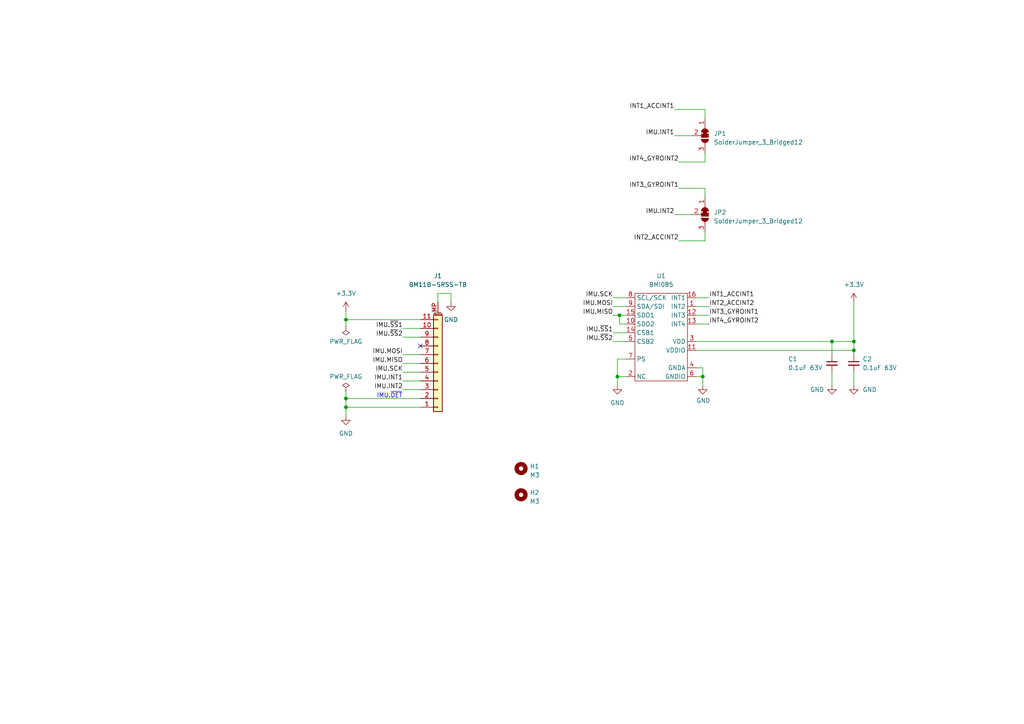
<source format=kicad_sch>
(kicad_sch (version 20230121) (generator eeschema)
  (paper "A4")
  (title_block (title "IMU Breakout") (date "2023-04-04") (rev "1") (company "SSL A-Team") (comment 1 "Author: Matthew Woodward") (comment 2 "Author: Collin Avidano"))
  (lib_symbols
    (symbol "AT-IMU:BMI085"
      (property "Reference" "U" (at -6.35 13.97 0))
      (property "Value" "BMI085" (at -3.81 -13.97 0))
      (symbol "BMI085_0_1"
        (rectangle (start -7.62 12.7) (end 7.62 -12.7))
      )
      (symbol "BMI085_1_1"
        (pin bidirectional line (at 10.16 8.89 180) (length 2.54) (name "INT2") (number "1"))
        (pin output line (at -10.16 3.81 0) (length 2.54) (name "SDO2") (number "10"))
        (pin power_in line (at 10.16 -3.81 180) (length 2.54) (name "VDDIO") (number "11"))
        (pin bidirectional line (at 10.16 6.35 180) (length 2.54) (name "INT3") (number "12"))
        (pin bidirectional line (at 10.16 3.81 180) (length 2.54) (name "INT4") (number "13"))
        (pin input line (at -10.16 1.27 0) (length 2.54) (name "CSB1") (number "14"))
        (pin output line (at -10.16 6.35 0) (length 2.54) (name "SDO1") (number "15"))
        (pin bidirectional line (at 10.16 11.43 180) (length 2.54) (name "INT1") (number "16"))
        (pin passive line (at -10.16 -11.43 0) (length 2.54) (name "NC") (number "2"))
        (pin power_in line (at 10.16 -1.27 180) (length 2.54) (name "VDD") (number "3"))
        (pin power_in line (at 10.16 -8.89 180) (length 2.54) (name "GNDA") (number "4"))
        (pin input line (at -10.16 -1.27 0) (length 2.54) (name "CSB2") (number "5"))
        (pin power_in line (at 10.16 -11.43 180) (length 2.54) (name "GNDIO") (number "6"))
        (pin input line (at -10.16 -6.35 0) (length 2.54) (name "PS") (number "7"))
        (pin input line (at -10.16 11.43 0) (length 2.54) (name "SCL/SCK") (number "8"))
        (pin bidirectional line (at -10.16 8.89 0) (length 2.54) (name "SDA/SDI") (number "9"))
      )
    )
    (symbol "Connector_Generic_MountingPin:Conn_01x11_MountingPin" (pin_names (offset 1.016) hide)
      (property "Reference" "J" (at 0 15.24 0))
      (property "Value" "Conn_01x11_MountingPin" (at 1.27 -15.24 0))
      (symbol "Conn_01x11_MountingPin_1_1"
        (rectangle (start -1.27 -12.573) (end 0 -12.827) (stroke (width 0.1524)))
        (rectangle (start -1.27 -10.033) (end 0 -10.287) (stroke (width 0.1524)))
        (rectangle (start -1.27 -7.493) (end 0 -7.747) (stroke (width 0.1524)))
        (rectangle (start -1.27 -4.953) (end 0 -5.207) (stroke (width 0.1524)))
        (rectangle (start -1.27 -2.413) (end 0 -2.667) (stroke (width 0.1524)))
        (rectangle (start -1.27 0.127) (end 0 -0.127) (stroke (width 0.1524)))
        (rectangle (start -1.27 2.667) (end 0 2.413) (stroke (width 0.1524)))
        (rectangle (start -1.27 5.207) (end 0 4.953) (stroke (width 0.1524)))
        (rectangle (start -1.27 7.747) (end 0 7.493) (stroke (width 0.1524)))
        (rectangle (start -1.27 10.287) (end 0 10.033) (stroke (width 0.1524)))
        (rectangle (start -1.27 12.827) (end 0 12.573) (stroke (width 0.1524)))
        (rectangle (start -1.27 13.97) (end 1.27 -13.97) (stroke (width 0.254)) (fill (type background)))
        (polyline (pts (xy -1.016 -14.732) (xy 1.016 -14.732)) (stroke (width 0.1524)))
        (text "Mounting" (at 0 -14.351 0) (effects (font (size 0.381 0.381))))
        (pin passive line (at -5.08 12.7 0) (length 3.81) (name "Pin_1") (number "1"))
        (pin passive line (at -5.08 -10.16 0) (length 3.81) (name "Pin_10") (number "10"))
        (pin passive line (at -5.08 -12.7 0) (length 3.81) (name "Pin_11") (number "11"))
        (pin passive line (at -5.08 10.16 0) (length 3.81) (name "Pin_2") (number "2"))
        (pin passive line (at -5.08 7.62 0) (length 3.81) (name "Pin_3") (number "3"))
        (pin passive line (at -5.08 5.08 0) (length 3.81) (name "Pin_4") (number "4"))
        (pin passive line (at -5.08 2.54 0) (length 3.81) (name "Pin_5") (number "5"))
        (pin passive line (at -5.08 0 0) (length 3.81) (name "Pin_6") (number "6"))
        (pin passive line (at -5.08 -2.54 0) (length 3.81) (name "Pin_7") (number "7"))
        (pin passive line (at -5.08 -5.08 0) (length 3.81) (name "Pin_8") (number "8"))
        (pin passive line (at -5.08 -7.62 0) (length 3.81) (name "Pin_9") (number "9"))
        (pin passive line (at 0 -17.78 90) (length 3.048) (name "MountPin") (number "MP"))
      )
    )
    (symbol "Device:C_Small" (pin_numbers hide) (pin_names (offset 0.254) hide)
      (property "Reference" "C" (at 0.254 1.778 0))
      (property "Value" "C_Small" (at 0.254 -2.032 0))
      (symbol "C_Small_0_1"
        (polyline (pts (xy -1.524 -0.508) (xy 1.524 -0.508)) (stroke (width 0.3302)))
        (polyline (pts (xy -1.524 0.508) (xy 1.524 0.508)) (stroke (width 0.3048)))
      )
      (symbol "C_Small_1_1"
        (pin passive line (at 0 2.54 270) (length 2.032) (name "~") (number "1"))
        (pin passive line (at 0 -2.54 90) (length 2.032) (name "~") (number "2"))
      )
    )
    (symbol "Jumper:SolderJumper_3_Bridged12" (pin_names (offset 0) hide)
      (property "Reference" "JP" (at -2.54 -2.54 0))
      (property "Value" "SolderJumper_3_Bridged12" (at 0 2.794 0))
      (symbol "SolderJumper_3_Bridged12_0_1"
        (rectangle (start -1.016 0.508) (end -0.508 -0.508) (fill (type outline)))
        (arc (start -1.016 1.016) (mid -2.0276 0) (end -1.016 -1.016))
        (arc (start -1.016 1.016) (mid -2.0276 0) (end -1.016 -1.016) (fill (type outline)))
        (rectangle (start -0.508 1.016) (end 0.508 -1.016) (fill (type outline)))
        (polyline (pts (xy -2.54 0) (xy -2.032 0)))
        (polyline (pts (xy -1.016 1.016) (xy -1.016 -1.016)))
        (polyline (pts (xy 0 -1.27) (xy 0 -1.016)))
        (polyline (pts (xy 1.016 1.016) (xy 1.016 -1.016)))
        (polyline (pts (xy 2.54 0) (xy 2.032 0)))
        (arc (start 1.016 -1.016) (mid 2.0276 0) (end 1.016 1.016))
        (arc (start 1.016 -1.016) (mid 2.0276 0) (end 1.016 1.016) (fill (type outline)))
      )
      (symbol "SolderJumper_3_Bridged12_1_1"
        (pin passive line (at -5.08 0 0) (length 2.54) (name "A") (number "1"))
        (pin passive line (at 0 -3.81 90) (length 2.54) (name "C") (number "2"))
        (pin passive line (at 5.08 0 180) (length 2.54) (name "B") (number "3"))
      )
    )
    (symbol "Mechanical:MountingHole" (pin_names (offset 1.016))
      (property "Reference" "H" (at 0 5.08 0))
      (property "Value" "MountingHole" (at 0 3.175 0))
      (symbol "MountingHole_0_1"
        (circle (center 0 0) (radius 1.27) (stroke (width 1.27)))
      )
    )
    (symbol "power:+3.3V" (power) (pin_names (offset 0))
      (property "Value" "+3.3V" (at 0 3.556 0))
      (symbol "+3.3V_0_1"
        (polyline (pts (xy -0.762 1.27) (xy 0 2.54)))
        (polyline (pts (xy 0 0) (xy 0 2.54)))
        (polyline (pts (xy 0 2.54) (xy 0.762 1.27)))
      )
      (symbol "+3.3V_1_1"
        (pin power_in line (at 0 0 90) (length 0) hide (name "+3.3V") (number "1"))
      )
    )
    (symbol "power:GND" (power) (pin_names (offset 0))
      (property "Value" "GND" (at 0 -3.81 0))
      (symbol "GND_0_1"
        (polyline (pts (xy 0 0) (xy 0 -1.27) (xy 1.27 -1.27) (xy 0 -2.54) (xy -1.27 -1.27) (xy 0 -1.27)))
      )
      (symbol "GND_1_1"
        (pin power_in line (at 0 0 270) (length 0) hide (name "GND") (number "1"))
      )
    )
    (symbol "power:PWR_FLAG" (power) (pin_numbers hide) (pin_names (offset 0) hide)
      (property "Value" "PWR_FLAG" (at 0 3.81 0))
      (symbol "PWR_FLAG_0_0"
        (pin power_out line (at 0 0 90) (length 0) (name "pwr") (number "1"))
      )
      (symbol "PWR_FLAG_0_1"
        (polyline (pts (xy 0 0) (xy 0 1.27) (xy -1.016 1.905) (xy 0 2.54) (xy 1.016 1.905) (xy 0 1.27)))
      )
    )
  )
  (junction (at 100.33 92.71))
  (junction (at 179.705 91.44))
  (junction (at 179.07 109.22))
  (junction (at 247.65 99.06))
  (junction (at 100.33 118.11))
  (junction (at 100.33 115.57))
  (junction (at 241.3 99.06))
  (junction (at 203.835 109.22))
  (junction (at 247.65 101.6))
  (no_connect (at 121.92 100.33))
  (wire (pts (xy 201.93 106.68) (xy 203.835 106.68)))
  (wire (pts (xy 177.8 88.9) (xy 181.61 88.9)))
  (wire (pts (xy 181.61 104.14) (xy 179.07 104.14)))
  (wire (pts (xy 204.47 54.61) (xy 204.47 57.15)))
  (wire (pts (xy 121.92 95.25) (xy 116.84 95.25)))
  (wire (pts (xy 121.92 110.49) (xy 116.84 110.49)))
  (wire (pts (xy 100.33 92.71) (xy 100.33 90.17)))
  (wire (pts (xy 204.47 46.99) (xy 196.85 46.99)))
  (wire (pts (xy 195.58 39.37) (xy 200.66 39.37)))
  (wire (pts (xy 247.65 101.6) (xy 247.65 102.87)))
  (wire (pts (xy 241.3 102.87) (xy 241.3 99.06)))
  (wire (pts (xy 130.81 85.09) (xy 130.81 87.63)))
  (wire (pts (xy 247.65 87.63) (xy 247.65 99.06)))
  (wire (pts (xy 127 85.09) (xy 130.81 85.09)))
  (wire (pts (xy 177.8 96.52) (xy 181.61 96.52)))
  (wire (pts (xy 195.58 31.75) (xy 204.47 31.75)))
  (wire (pts (xy 179.705 93.98) (xy 181.61 93.98)))
  (wire (pts (xy 179.07 109.22) (xy 181.61 109.22)))
  (wire (pts (xy 100.33 115.57) (xy 121.92 115.57)))
  (wire (pts (xy 201.93 86.36) (xy 205.74 86.36)))
  (wire (pts (xy 121.92 113.03) (xy 116.84 113.03)))
  (wire (pts (xy 201.93 93.98) (xy 205.74 93.98)))
  (wire (pts (xy 179.07 109.22) (xy 179.07 111.76)))
  (wire (pts (xy 121.92 102.87) (xy 116.84 102.87)))
  (wire (pts (xy 100.33 92.71) (xy 100.33 94.615)))
  (wire (pts (xy 179.07 104.14) (xy 179.07 109.22)))
  (wire (pts (xy 121.92 107.95) (xy 116.84 107.95)))
  (wire (pts (xy 204.47 69.85) (xy 204.47 67.31)))
  (wire (pts (xy 121.92 92.71) (xy 100.33 92.71)))
  (wire (pts (xy 121.92 105.41) (xy 116.84 105.41)))
  (wire (pts (xy 100.33 113.665) (xy 100.33 115.57)))
  (wire (pts (xy 177.8 91.44) (xy 179.705 91.44)))
  (wire (pts (xy 201.93 109.22) (xy 203.835 109.22)))
  (wire (pts (xy 100.33 115.57) (xy 100.33 118.11)))
  (wire (pts (xy 241.3 99.06) (xy 247.65 99.06)))
  (wire (pts (xy 201.93 91.44) (xy 205.74 91.44)))
  (wire (pts (xy 201.93 99.06) (xy 241.3 99.06)))
  (wire (pts (xy 203.835 106.68) (xy 203.835 109.22)))
  (wire (pts (xy 179.705 91.44) (xy 179.705 93.98)))
  (wire (pts (xy 201.93 88.9) (xy 205.74 88.9)))
  (wire (pts (xy 179.705 91.44) (xy 181.61 91.44)))
  (wire (pts (xy 196.85 54.61) (xy 204.47 54.61)))
  (wire (pts (xy 100.33 118.11) (xy 100.33 120.65)))
  (wire (pts (xy 204.47 44.45) (xy 204.47 46.99)))
  (wire (pts (xy 196.85 69.85) (xy 204.47 69.85)))
  (wire (pts (xy 100.33 118.11) (xy 121.92 118.11)))
  (wire (pts (xy 121.92 97.79) (xy 116.84 97.79)))
  (wire (pts (xy 247.65 99.06) (xy 247.65 101.6)))
  (wire (pts (xy 204.47 31.75) (xy 204.47 34.29)))
  (wire (pts (xy 203.835 109.22) (xy 203.835 111.76)))
  (wire (pts (xy 201.93 101.6) (xy 247.65 101.6)))
  (wire (pts (xy 127 87.63) (xy 127 85.09)))
  (wire (pts (xy 177.8 86.36) (xy 181.61 86.36)))
  (wire (pts (xy 241.3 107.95) (xy 241.3 111.76)))
  (wire (pts (xy 247.65 107.95) (xy 247.65 111.76)))
  (wire (pts (xy 195.58 62.23) (xy 200.66 62.23)))
  (wire (pts (xy 177.8 99.06) (xy 181.61 99.06)))
  (text "IMU.~{DET}\n" (at 109.22 115.57 0) (effects (font (size 1.27 1.27)) (justify left bottom)))
  (label "IMU.~{SS}1" (at 116.84 95.25 180))
  (label "IMU.MISO" (at 177.8 91.44 180))
  (label "IMU.~{SS}2" (at 116.84 97.79 180))
  (label "INT3_GYROINT1" (at 196.85 54.61 180))
  (label "IMU.MOSI" (at 177.8 88.9 180))
  (label "IMU.SCK" (at 116.84 107.95 180))
  (label "IMU.INT1" (at 195.58 39.37 180))
  (label "IMU.~{SS}2" (at 177.8 99.06 180))
  (label "INT1_ACCINT1" (at 205.74 86.36 0))
  (label "IMU.~{SS}1" (at 177.8 96.52 180))
  (label "INT1_ACCINT1" (at 195.58 31.75 180))
  (label "IMU.MOSI" (at 116.84 102.87 180))
  (label "IMU.MISO" (at 116.84 105.41 180))
  (label "IMU.INT2" (at 116.84 113.03 180))
  (label "INT3_GYROINT1" (at 205.74 91.44 0))
  (label "IMU.INT1" (at 116.84 110.49 180))
  (label "INT2_ACCINT2" (at 205.74 88.9 0))
  (label "IMU.SCK" (at 177.8 86.36 180))
  (label "INT4_GYROINT2" (at 196.85 46.99 180))
  (label "INT2_ACCINT2" (at 196.85 69.85 180))
  (label "IMU.INT2" (at 195.58 62.23 180))
  (label "INT4_GYROINT2" (at 205.74 93.98 0))
  (symbol (lib_id "power:+3.3V") (at 247.65 87.63 0) (unit 1)
    (property "Reference" "#PWR04" (effects hide))
    (property "Value" "+3.3V" (at 247.65 82.55 0))
  )
  (symbol (lib_id "Mechanical:MountingHole") (at 151.13 135.89 0) (unit 1)
    (property "Reference" "H1" (at 153.67 135.255 0) (effects (justify left)))
    (property "Value" "M3" (at 153.67 137.795 0) (effects (justify left)))
    (property "Footprint" "MountingHole:MountingHole_3.2mm_M3" (effects hide))
  )
  (symbol (lib_id "power:GND") (at 100.33 120.65 0) (unit 1)
    (property "Reference" "#PWR0103" (effects hide))
    (property "Value" "GND" (at 100.33 125.73 0))
  )
  (symbol (lib_id "power:GND") (at 203.835 111.76 0) (mirror y) (unit 1)
    (property "Reference" "#PWR02" (effects hide))
    (property "Value" "GND" (at 201.93 116.205 0) (effects (justify right)))
  )
  (symbol (lib_id "Device:C_Small") (at 241.3 105.41 0) (unit 1)
    (property "Reference" "C1" (at 228.6 104.14 0) (effects (justify left)))
    (property "Value" "0.1uF 63V" (at 228.6 106.68 0) (effects (justify left)))
    (property "Footprint" "Capacitor_SMD:C_0402_1005Metric" (effects hide))
  )
  (symbol (lib_id "power:GND") (at 241.3 111.76 0) (mirror y) (unit 1)
    (property "Reference" "#PWR03" (effects hide))
    (property "Value" "GND" (at 234.95 113.03 0) (effects (justify right)))
  )
  (symbol (lib_id "Connector_Generic_MountingPin:Conn_01x11_MountingPin") (at 127 105.41 0) (mirror x) (unit 1)
    (property "Reference" "J1" (at 127 80.01 0))
    (property "Value" "BM11B-SRSS-TB" (at 127 82.55 0))
    (property "Footprint" "Connector_JST:JST_SH_SM11B-SRSS-TB_1x11-1MP_P1.00mm_Horizontal" (effects hide))
  )
  (symbol (lib_id "Device:C_Small") (at 247.65 105.41 0) (unit 1)
    (property "Reference" "C2" (at 250.19 104.1462 0) (effects (justify left)))
    (property "Value" "0.1uF 63V" (at 250.19 106.6862 0) (effects (justify left)))
    (property "Footprint" "Capacitor_SMD:C_0402_1005Metric" (effects hide))
  )
  (symbol (lib_id "power:PWR_FLAG") (at 100.33 113.665 0) (unit 1)
    (property "Reference" "#FLG0102" (effects hide))
    (property "Value" "PWR_FLAG" (at 100.33 109.22 0))
  )
  (symbol (lib_id "power:PWR_FLAG") (at 100.33 94.615 180) (unit 1)
    (property "Reference" "#FLG0101" (effects hide))
    (property "Value" "PWR_FLAG" (at 100.33 99.06 0))
  )
  (symbol (lib_id "Jumper:SolderJumper_3_Bridged12") (at 204.47 62.23 270) (unit 1)
    (property "Reference" "JP2" (at 207.01 61.595 90) (effects (justify left)))
    (property "Value" "SolderJumper_3_Bridged12" (at 207.01 64.135 90) (effects (justify left)))
    (property "Footprint" "Jumper:SolderJumper-3_P1.3mm_Bridged12_RoundedPad1.0x1.5mm" (effects hide))
  )
  (symbol (lib_id "power:GND") (at 247.65 111.76 0) (mirror y) (unit 1)
    (property "Reference" "#PWR05" (effects hide))
    (property "Value" "GND" (at 250.19 113.0299 0) (effects (justify right)))
  )
  (symbol (lib_id "Mechanical:MountingHole") (at 151.13 143.51 0) (unit 1)
    (property "Reference" "H2" (at 153.67 142.875 0) (effects (justify left)))
    (property "Value" "M3" (at 153.67 145.415 0) (effects (justify left)))
    (property "Footprint" "MountingHole:MountingHole_3.2mm_M3" (effects hide))
  )
  (symbol (lib_id "power:GND") (at 179.07 111.76 0) (unit 1)
    (property "Reference" "#PWR01" (effects hide))
    (property "Value" "GND" (at 179.07 116.84 0))
  )
  (symbol (lib_id "AT-IMU:BMI085") (at 191.77 97.79 0) (unit 1)
    (property "Reference" "U1" (at 191.77 80.01 0))
    (property "Value" "BMI085" (at 191.77 82.55 0))
    (property "Footprint" "AT-IMU:LGA-16_3.0x4.5x0.95mm" (effects hide))
    (property "Datasheet" "https://www.bosch-sensortec.com/media/boschsensortec/downloads/datasheets/bst-bmi085-ds001.pdf" (effects hide))
  )
  (symbol (lib_id "power:+3.3V") (at 100.33 90.17 0) (unit 1)
    (property "Reference" "#PWR0102" (effects hide))
    (property "Value" "+3.3V" (at 100.33 85.09 0))
  )
  (symbol (lib_id "Jumper:SolderJumper_3_Bridged12") (at 204.47 39.37 270) (unit 1)
    (property "Reference" "JP1" (at 207.01 38.735 90) (effects (justify left)))
    (property "Value" "SolderJumper_3_Bridged12" (at 207.01 41.275 90) (effects (justify left)))
    (property "Footprint" "Jumper:SolderJumper-3_P1.3mm_Bridged12_RoundedPad1.0x1.5mm" (effects hide))
  )
  (symbol (lib_id "power:GND") (at 130.81 87.63 0) (unit 1)
    (property "Reference" "#PWR0101" (effects hide))
    (property "Value" "GND" (at 130.81 92.71 0))
  )
)
</source>
